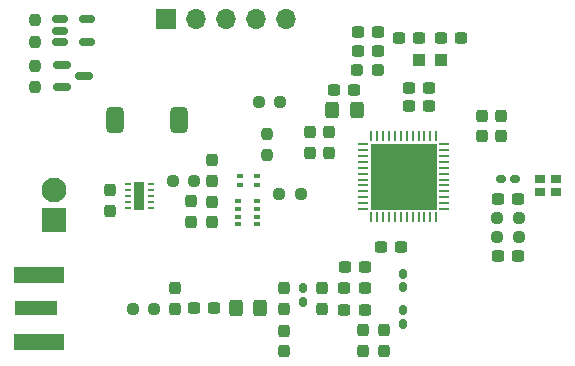
<source format=gbr>
%TF.GenerationSoftware,KiCad,Pcbnew,7.0.8*%
%TF.CreationDate,2024-01-01T15:13:20+01:00*%
%TF.ProjectId,IoT,496f542e-6b69-4636-9164-5f7063625858,rev?*%
%TF.SameCoordinates,Original*%
%TF.FileFunction,Soldermask,Top*%
%TF.FilePolarity,Negative*%
%FSLAX46Y46*%
G04 Gerber Fmt 4.6, Leading zero omitted, Abs format (unit mm)*
G04 Created by KiCad (PCBNEW 7.0.8) date 2024-01-01 15:13:20*
%MOMM*%
%LPD*%
G01*
G04 APERTURE LIST*
G04 Aperture macros list*
%AMRoundRect*
0 Rectangle with rounded corners*
0 $1 Rounding radius*
0 $2 $3 $4 $5 $6 $7 $8 $9 X,Y pos of 4 corners*
0 Add a 4 corners polygon primitive as box body*
4,1,4,$2,$3,$4,$5,$6,$7,$8,$9,$2,$3,0*
0 Add four circle primitives for the rounded corners*
1,1,$1+$1,$2,$3*
1,1,$1+$1,$4,$5*
1,1,$1+$1,$6,$7*
1,1,$1+$1,$8,$9*
0 Add four rect primitives between the rounded corners*
20,1,$1+$1,$2,$3,$4,$5,0*
20,1,$1+$1,$4,$5,$6,$7,0*
20,1,$1+$1,$6,$7,$8,$9,0*
20,1,$1+$1,$8,$9,$2,$3,0*%
G04 Aperture macros list end*
%ADD10RoundRect,0.237500X-0.237500X0.300000X-0.237500X-0.300000X0.237500X-0.300000X0.237500X0.300000X0*%
%ADD11R,0.500000X0.300000*%
%ADD12RoundRect,0.237500X-0.287500X-0.237500X0.287500X-0.237500X0.287500X0.237500X-0.287500X0.237500X0*%
%ADD13RoundRect,0.237500X-0.250000X-0.237500X0.250000X-0.237500X0.250000X0.237500X-0.250000X0.237500X0*%
%ADD14RoundRect,0.237500X0.250000X0.237500X-0.250000X0.237500X-0.250000X-0.237500X0.250000X-0.237500X0*%
%ADD15R,1.700000X1.700000*%
%ADD16O,1.700000X1.700000*%
%ADD17RoundRect,0.237500X0.300000X0.237500X-0.300000X0.237500X-0.300000X-0.237500X0.300000X-0.237500X0*%
%ADD18RoundRect,0.237500X-0.300000X-0.237500X0.300000X-0.237500X0.300000X0.237500X-0.300000X0.237500X0*%
%ADD19RoundRect,0.237500X0.237500X-0.300000X0.237500X0.300000X-0.237500X0.300000X-0.237500X-0.300000X0*%
%ADD20RoundRect,0.160000X0.160000X-0.222500X0.160000X0.222500X-0.160000X0.222500X-0.160000X-0.222500X0*%
%ADD21RoundRect,0.062500X-0.375000X-0.062500X0.375000X-0.062500X0.375000X0.062500X-0.375000X0.062500X0*%
%ADD22RoundRect,0.062500X-0.062500X-0.375000X0.062500X-0.375000X0.062500X0.375000X-0.062500X0.375000X0*%
%ADD23R,5.600000X5.600000*%
%ADD24RoundRect,0.375000X-0.375000X-0.725000X0.375000X-0.725000X0.375000X0.725000X-0.375000X0.725000X0*%
%ADD25RoundRect,0.237500X0.237500X-0.250000X0.237500X0.250000X-0.237500X0.250000X-0.237500X-0.250000X0*%
%ADD26R,3.600000X1.270000*%
%ADD27R,4.200000X1.350000*%
%ADD28RoundRect,0.160000X-0.222500X-0.160000X0.222500X-0.160000X0.222500X0.160000X-0.222500X0.160000X0*%
%ADD29RoundRect,0.150000X-0.512500X-0.150000X0.512500X-0.150000X0.512500X0.150000X-0.512500X0.150000X0*%
%ADD30R,2.100000X2.100000*%
%ADD31C,2.100000*%
%ADD32R,0.500000X0.250000*%
%ADD33C,0.500000*%
%ADD34R,0.840000X2.400000*%
%ADD35RoundRect,0.250000X-0.325000X-0.450000X0.325000X-0.450000X0.325000X0.450000X-0.325000X0.450000X0*%
%ADD36R,0.500000X0.350000*%
%ADD37R,0.900000X0.800000*%
%ADD38RoundRect,0.160000X-0.160000X0.222500X-0.160000X-0.222500X0.160000X-0.222500X0.160000X0.222500X0*%
%ADD39RoundRect,0.250000X0.325000X0.450000X-0.325000X0.450000X-0.325000X-0.450000X0.325000X-0.450000X0*%
%ADD40RoundRect,0.150000X-0.587500X-0.150000X0.587500X-0.150000X0.587500X0.150000X-0.587500X0.150000X0*%
%ADD41R,1.050000X1.100000*%
G04 APERTURE END LIST*
D10*
%TO.C,C19*%
X140970000Y-76202200D03*
X140970000Y-77927200D03*
%TD*%
D11*
%TO.C,U3*%
X136448800Y-80657600D03*
X136448800Y-79857600D03*
X135048800Y-79857600D03*
X135048800Y-80657600D03*
%TD*%
D12*
%TO.C,L5*%
X144957800Y-70888800D03*
X146707800Y-70888800D03*
%TD*%
D13*
%TO.C,R7*%
X136605000Y-73660000D03*
X138430000Y-73660000D03*
%TD*%
D14*
%TO.C,R2*%
X140180700Y-81432400D03*
X138355700Y-81432400D03*
%TD*%
D15*
%TO.C,J2*%
X128730000Y-66570000D03*
D16*
X131270000Y-66570000D03*
X133810000Y-66570000D03*
X136350000Y-66570000D03*
X138890000Y-66570000D03*
%TD*%
D17*
%TO.C,C4*%
X145592800Y-91271600D03*
X143867800Y-91271600D03*
%TD*%
D18*
%TO.C,C14*%
X144994600Y-69288600D03*
X146719600Y-69288600D03*
%TD*%
D19*
%TO.C,C10*%
X129516800Y-91119200D03*
X129516800Y-89394200D03*
%TD*%
D20*
%TO.C,L4*%
X148800000Y-92395000D03*
X148800000Y-91250000D03*
%TD*%
D10*
%TO.C,C24*%
X132689600Y-82067400D03*
X132689600Y-83792400D03*
%TD*%
D21*
%TO.C,U1*%
X145468500Y-77192000D03*
X145468500Y-77692000D03*
X145468500Y-78192000D03*
X145468500Y-78692000D03*
X145468500Y-79192000D03*
X145468500Y-79692000D03*
X145468500Y-80192000D03*
X145468500Y-80692000D03*
X145468500Y-81192000D03*
X145468500Y-81692000D03*
X145468500Y-82192000D03*
X145468500Y-82692000D03*
D22*
X146156000Y-83379500D03*
X146656000Y-83379500D03*
X147156000Y-83379500D03*
X147656000Y-83379500D03*
X148156000Y-83379500D03*
X148656000Y-83379500D03*
X149156000Y-83379500D03*
X149656000Y-83379500D03*
X150156000Y-83379500D03*
X150656000Y-83379500D03*
X151156000Y-83379500D03*
X151656000Y-83379500D03*
D21*
X152343500Y-82692000D03*
X152343500Y-82192000D03*
X152343500Y-81692000D03*
X152343500Y-81192000D03*
X152343500Y-80692000D03*
X152343500Y-80192000D03*
X152343500Y-79692000D03*
X152343500Y-79192000D03*
X152343500Y-78692000D03*
X152343500Y-78192000D03*
X152343500Y-77692000D03*
X152343500Y-77192000D03*
D22*
X151656000Y-76504500D03*
X151156000Y-76504500D03*
X150656000Y-76504500D03*
X150156000Y-76504500D03*
X149656000Y-76504500D03*
X149156000Y-76504500D03*
X148656000Y-76504500D03*
X148156000Y-76504500D03*
X147656000Y-76504500D03*
X147156000Y-76504500D03*
X146656000Y-76504500D03*
X146156000Y-76504500D03*
D23*
X148906000Y-79942000D03*
%TD*%
D18*
%TO.C,C1*%
X152012500Y-68225000D03*
X153737500Y-68225000D03*
%TD*%
D13*
%TO.C,R1*%
X125960800Y-91123700D03*
X127785800Y-91123700D03*
%TD*%
D18*
%TO.C,C21*%
X142975000Y-72575000D03*
X144700000Y-72575000D03*
%TD*%
%TO.C,C18*%
X149302300Y-73971200D03*
X151027300Y-73971200D03*
%TD*%
%TO.C,C3*%
X143892100Y-87588600D03*
X145617100Y-87588600D03*
%TD*%
D10*
%TO.C,C20*%
X142544800Y-76202200D03*
X142544800Y-77927200D03*
%TD*%
D17*
%TO.C,C2*%
X150200000Y-68225000D03*
X148475000Y-68225000D03*
%TD*%
D24*
%TO.C,L7*%
X124410000Y-75172500D03*
X129910000Y-75172500D03*
%TD*%
D10*
%TO.C,C7*%
X141962800Y-89394200D03*
X141962800Y-91119200D03*
%TD*%
D19*
%TO.C,C15*%
X155498800Y-76502600D03*
X155498800Y-74777600D03*
%TD*%
D10*
%TO.C,C6*%
X138800000Y-92979200D03*
X138800000Y-94704200D03*
%TD*%
D17*
%TO.C,C22*%
X148665100Y-85912200D03*
X146940100Y-85912200D03*
%TD*%
D20*
%TO.C,L2*%
X140375000Y-90522500D03*
X140375000Y-89377500D03*
%TD*%
D18*
%TO.C,C13*%
X144996800Y-67739200D03*
X146721800Y-67739200D03*
%TD*%
D17*
%TO.C,C5*%
X145592800Y-89392000D03*
X143867800Y-89392000D03*
%TD*%
D10*
%TO.C,C26*%
X124000000Y-81100000D03*
X124000000Y-82825000D03*
%TD*%
D25*
%TO.C,R6*%
X117700000Y-72400000D03*
X117700000Y-70575000D03*
%TD*%
D14*
%TO.C,R4*%
X131150000Y-80320000D03*
X129325000Y-80320000D03*
%TD*%
D26*
%TO.C,J1*%
X117775000Y-91100000D03*
D27*
X117975000Y-88275000D03*
X117975000Y-93925000D03*
%TD*%
D28*
%TO.C,L8*%
X157161500Y-80187800D03*
X158306500Y-80187800D03*
%TD*%
D10*
%TO.C,C8*%
X138800000Y-89400000D03*
X138800000Y-91125000D03*
%TD*%
%TO.C,C11*%
X147193000Y-92973400D03*
X147193000Y-94698400D03*
%TD*%
D29*
%TO.C,U5*%
X119805000Y-66630000D03*
X119805000Y-67580000D03*
X119805000Y-68530000D03*
X122080000Y-68530000D03*
X122080000Y-66630000D03*
%TD*%
D30*
%TO.C,J3*%
X119300000Y-83640000D03*
D31*
X119300000Y-81100000D03*
%TD*%
D32*
%TO.C,U6*%
X125560000Y-80610000D03*
X125560000Y-81110000D03*
X125560000Y-81610000D03*
X125560000Y-82110000D03*
X125560000Y-82610000D03*
X127460000Y-82610000D03*
X127460000Y-82110000D03*
X127460000Y-81610000D03*
X127460000Y-81110000D03*
X127460000Y-80610000D03*
D33*
X126510000Y-80660000D03*
X126510000Y-81610000D03*
D34*
X126510000Y-81610000D03*
D33*
X126510000Y-82560000D03*
%TD*%
D35*
%TO.C,L3*%
X134700000Y-91075000D03*
X136750000Y-91075000D03*
%TD*%
D25*
%TO.C,R3*%
X137363200Y-78155800D03*
X137363200Y-76330800D03*
%TD*%
D36*
%TO.C,U2*%
X136448800Y-82042000D03*
X136448800Y-82692000D03*
X136448800Y-83342000D03*
X136448800Y-83992000D03*
X134848800Y-83992000D03*
X134848800Y-83342000D03*
X134848800Y-82692000D03*
X134848800Y-82042000D03*
%TD*%
D25*
%TO.C,R5*%
X117700000Y-68550000D03*
X117700000Y-66725000D03*
%TD*%
D18*
%TO.C,C17*%
X149302300Y-72421800D03*
X151027300Y-72421800D03*
%TD*%
%TO.C,C27*%
X156871500Y-81813400D03*
X158596500Y-81813400D03*
%TD*%
D37*
%TO.C,Y2*%
X161798000Y-80187800D03*
X160398000Y-80187800D03*
X160398000Y-81287800D03*
X161798000Y-81287800D03*
%TD*%
D38*
%TO.C,L1*%
X148800000Y-88170500D03*
X148800000Y-89315500D03*
%TD*%
D10*
%TO.C,C12*%
X145440400Y-92973400D03*
X145440400Y-94698400D03*
%TD*%
D17*
%TO.C,C9*%
X132850000Y-91100000D03*
X131125000Y-91100000D03*
%TD*%
D18*
%TO.C,C28*%
X156871500Y-86690200D03*
X158596500Y-86690200D03*
%TD*%
D39*
%TO.C,L6*%
X144902000Y-74345800D03*
X142852000Y-74345800D03*
%TD*%
D19*
%TO.C,C16*%
X157149800Y-76502600D03*
X157149800Y-74777600D03*
%TD*%
D10*
%TO.C,C25*%
X130867500Y-82050000D03*
X130867500Y-83775000D03*
%TD*%
D40*
%TO.C,D1*%
X119960000Y-70500000D03*
X119960000Y-72400000D03*
X121835000Y-71450000D03*
%TD*%
D14*
%TO.C,R9*%
X158646500Y-85064600D03*
X156821500Y-85064600D03*
%TD*%
D10*
%TO.C,C23*%
X132689600Y-78564400D03*
X132689600Y-80289400D03*
%TD*%
D41*
%TO.C,Y1*%
X150175000Y-70075000D03*
X152025000Y-70075000D03*
%TD*%
D14*
%TO.C,R8*%
X158646500Y-83439000D03*
X156821500Y-83439000D03*
%TD*%
M02*

</source>
